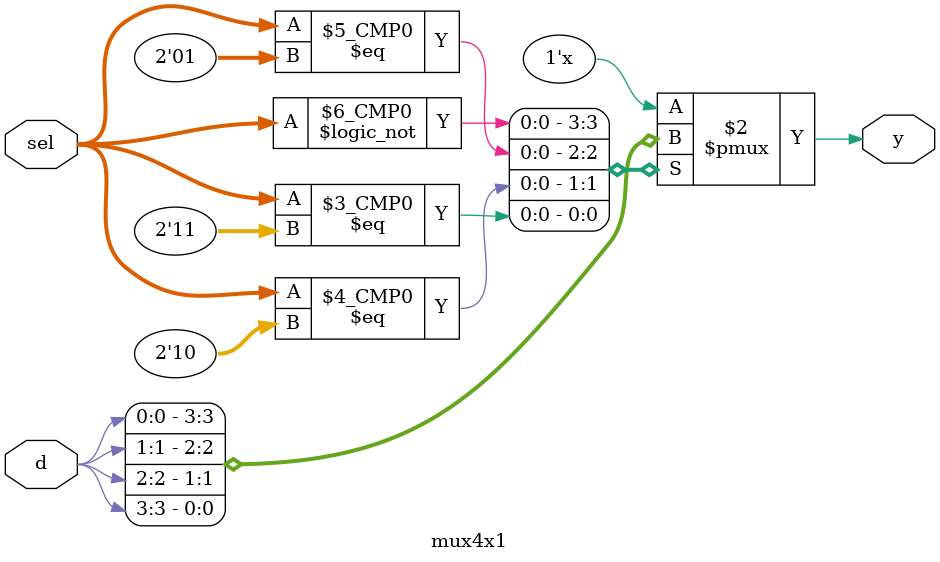
<source format=v>
module mux4x1(
	input [1:0] sel,
	input [3:0] d,
	output reg y
);

	always @ (*) begin
		case(sel) 
			2'b00: y = d[0];
			2'b01: y = d[1];
			2'b10: y = d[2];
			2'b11: y = d[3];
		endcase
	end
endmodule

</source>
